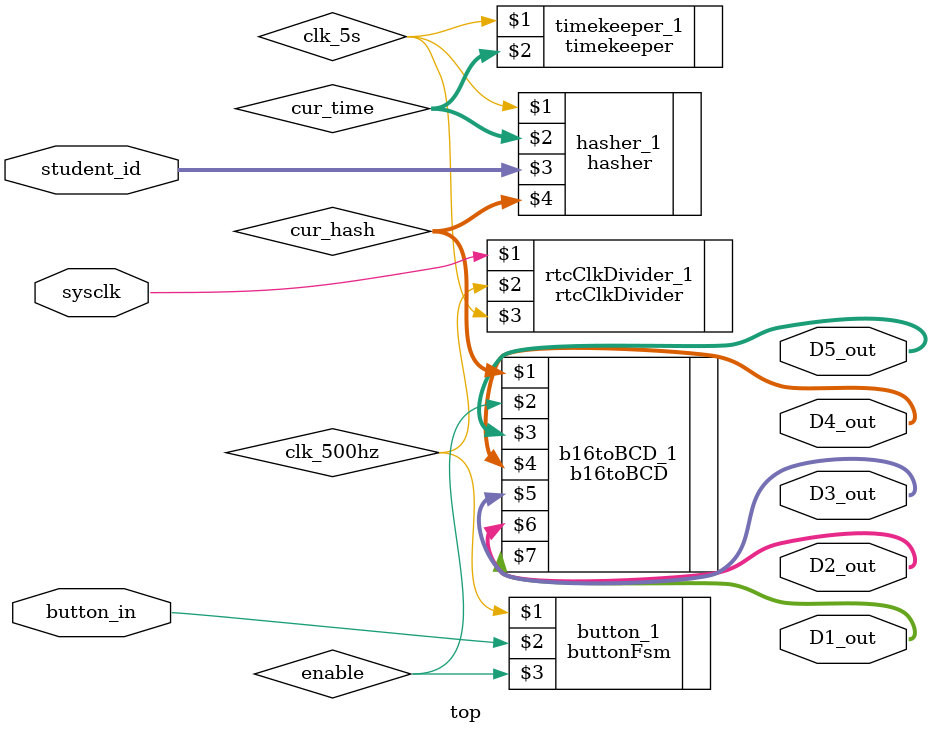
<source format=v>
module top (
	input sysclk,    // 1 MHz
	input button_in,
	input [15:0] student_id,
	output[3:0] D5_out,
	output[3:0] D4_out,
	output[3:0] D3_out,
	output[3:0] D2_out,
	output[3:0] D1_out
);
	wire clk_500hz;
	wire clk_5s;
	wire enable;
	wire [15:0] cur_time;
	wire [15:0] cur_hash;

	rtcClkDivider rtcClkDivider_1(sysclk, clk_500hz, clk_5s);
	buttonFsm button_1(clk_500hz, button_in, enable);
	timekeeper timekeeper_1(clk_5s, cur_time);
	hasher hasher_1(clk_5s, cur_time, student_id, cur_hash);
	b16toBCD b16toBCD_1(cur_hash, enable, D5_out, D4_out, D3_out, D2_out, D1_out);

endmodule

</source>
